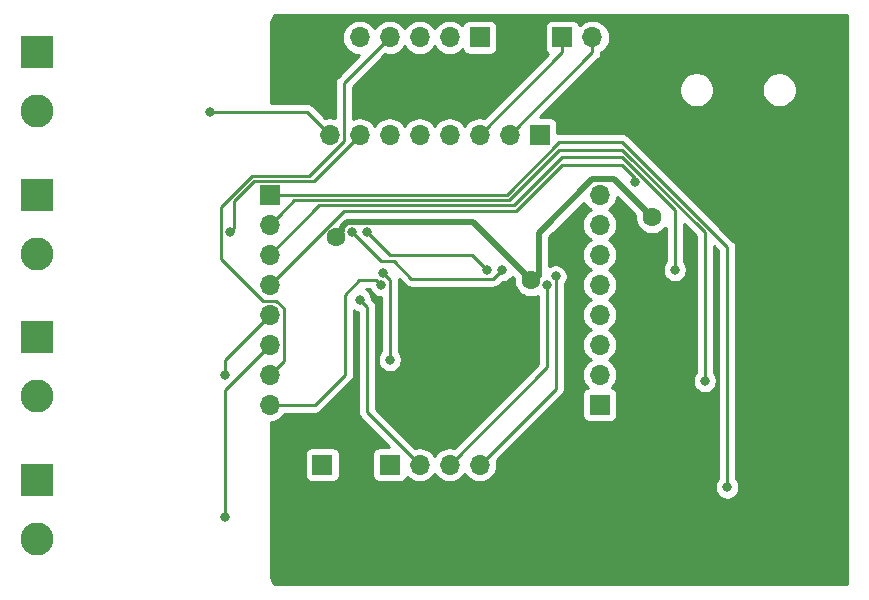
<source format=gbr>
G04 #@! TF.GenerationSoftware,KiCad,Pcbnew,(5.1.0-rc1-103-gc65c7d3de)*
G04 #@! TF.CreationDate,2019-08-30T11:30:51+02:00
G04 #@! TF.ProjectId,pinballControlUnit,70696e62-616c-46c4-936f-6e74726f6c55,rev?*
G04 #@! TF.SameCoordinates,Original*
G04 #@! TF.FileFunction,Copper,L2,Bot*
G04 #@! TF.FilePolarity,Positive*
%FSLAX46Y46*%
G04 Gerber Fmt 4.6, Leading zero omitted, Abs format (unit mm)*
G04 Created by KiCad (PCBNEW (5.1.0-rc1-103-gc65c7d3de)) date 2019-08-30 11:30:51*
%MOMM*%
%LPD*%
G04 APERTURE LIST*
%ADD10O,1.700000X1.700000*%
%ADD11R,1.700000X1.700000*%
%ADD12C,2.800000*%
%ADD13R,2.800000X2.800000*%
%ADD14C,0.800000*%
%ADD15C,1.600000*%
%ADD16C,0.500000*%
%ADD17C,0.250000*%
%ADD18C,0.254000*%
G04 APERTURE END LIST*
D10*
X115570000Y-78105000D03*
X115570000Y-80645000D03*
X115570000Y-83185000D03*
X115570000Y-85725000D03*
X115570000Y-88265000D03*
X115570000Y-90805000D03*
X115570000Y-93345000D03*
D11*
X115570000Y-95885000D03*
D10*
X114935000Y-64770000D03*
D11*
X112395000Y-64770000D03*
D10*
X87630000Y-95885000D03*
X87630000Y-93345000D03*
X87630000Y-90805000D03*
X87630000Y-88265000D03*
X87630000Y-85725000D03*
X87630000Y-83185000D03*
X87630000Y-80645000D03*
D11*
X87630000Y-78105000D03*
D10*
X92710000Y-64770000D03*
X95250000Y-64770000D03*
X97790000Y-64770000D03*
X100330000Y-64770000D03*
X102870000Y-64770000D03*
D11*
X105410000Y-64770000D03*
D10*
X92710000Y-73025000D03*
X95250000Y-73025000D03*
X97790000Y-73025000D03*
X100330000Y-73025000D03*
X102870000Y-73025000D03*
X105410000Y-73025000D03*
X107950000Y-73025000D03*
D11*
X110490000Y-73025000D03*
D10*
X89535000Y-100965000D03*
D11*
X92075000Y-100965000D03*
D12*
X67945000Y-95170000D03*
D13*
X67945000Y-90170000D03*
X67945000Y-78105000D03*
D12*
X67945000Y-83105000D03*
X67945000Y-107235000D03*
D13*
X67945000Y-102235000D03*
X67945000Y-66040000D03*
D12*
X67945000Y-71040000D03*
D11*
X97790000Y-100965000D03*
D10*
X100330000Y-100965000D03*
X102870000Y-100965000D03*
X105410000Y-100965000D03*
D14*
X102870000Y-92710000D03*
X113030000Y-89535000D03*
X132080000Y-80645000D03*
X132080000Y-90805000D03*
X132080000Y-99695000D03*
X132080000Y-107950000D03*
X107315000Y-89535000D03*
D15*
X120015000Y-80010000D03*
X109724997Y-85350000D03*
X93271677Y-81674314D03*
D14*
X111832108Y-85017892D03*
X111125000Y-85725000D03*
X95250000Y-86995000D03*
X97790000Y-92075000D03*
X97205330Y-84734893D03*
X107315000Y-84455000D03*
X94615000Y-81280000D03*
X82550000Y-71120000D03*
X106025000Y-84475000D03*
X95885000Y-81280000D03*
X84240000Y-81280000D03*
X97065000Y-85725000D03*
X118549142Y-77030858D03*
X121920000Y-84455000D03*
X124460000Y-93865000D03*
X126365000Y-102870000D03*
X83820000Y-105410000D03*
X83820000Y-93345000D03*
D16*
X116809999Y-76804999D02*
X120015000Y-80010000D01*
X110417892Y-81333106D02*
X114945999Y-76804999D01*
X114945999Y-76804999D02*
X116809999Y-76804999D01*
X110417892Y-85017892D02*
X110417892Y-81333106D01*
X110057105Y-85017892D02*
X109724997Y-85350000D01*
X110417892Y-85017892D02*
X110057105Y-85017892D01*
X104804996Y-80429999D02*
X94206999Y-80429999D01*
X109724997Y-85350000D02*
X104804996Y-80429999D01*
X93764999Y-80871999D02*
X94206999Y-80429999D01*
X93764999Y-81180992D02*
X93764999Y-80871999D01*
X93271677Y-81674314D02*
X93764999Y-81180992D01*
D17*
X106259999Y-100115001D02*
X105410000Y-100965000D01*
X111850001Y-85035785D02*
X111850001Y-94524999D01*
X111850001Y-94524999D02*
X106259999Y-100115001D01*
X111832108Y-85017892D02*
X111850001Y-85035785D01*
X111125000Y-92710000D02*
X102870000Y-100965000D01*
X111125000Y-85725000D02*
X111125000Y-92710000D01*
X95885000Y-96520000D02*
X100330000Y-100965000D01*
X95250000Y-86995000D02*
X95885000Y-87630000D01*
X95885000Y-87630000D02*
X95885000Y-96520000D01*
X97790000Y-85319563D02*
X97790000Y-92075000D01*
X97205330Y-84734893D02*
X97790000Y-85319563D01*
X106569999Y-85200001D02*
X104885001Y-85200001D01*
X107315000Y-84455000D02*
X106569999Y-85200001D01*
X97064999Y-83729999D02*
X94615000Y-81280000D01*
X99608003Y-85200001D02*
X98138001Y-83729999D01*
X98138001Y-83729999D02*
X97064999Y-83729999D01*
X106569999Y-85200001D02*
X99608003Y-85200001D01*
X90805000Y-71120000D02*
X92710000Y-73025000D01*
X82550000Y-71120000D02*
X90805000Y-71120000D01*
X106025000Y-84475000D02*
X104735000Y-83185000D01*
X97790000Y-83185000D02*
X95885000Y-81280000D01*
X104735000Y-83185000D02*
X97790000Y-83185000D01*
X84639999Y-80880001D02*
X84639999Y-78624316D01*
X84240000Y-81280000D02*
X84639999Y-80880001D01*
X86334316Y-76929999D02*
X84639999Y-78624316D01*
X91345001Y-76929999D02*
X86334316Y-76929999D01*
X95250000Y-73025000D02*
X91345001Y-76929999D01*
X112395000Y-66040000D02*
X112395000Y-64770000D01*
X105410000Y-73025000D02*
X112395000Y-66040000D01*
X114935000Y-66040000D02*
X114935000Y-64770000D01*
X107950000Y-73025000D02*
X114935000Y-66040000D01*
X88479999Y-92495001D02*
X87630000Y-93345000D01*
X88805001Y-92169999D02*
X88479999Y-92495001D01*
X88805001Y-87700999D02*
X88805001Y-92169999D01*
X88194001Y-87089999D02*
X88805001Y-87700999D01*
X87065999Y-87089999D02*
X88194001Y-87089999D01*
X83514999Y-83538999D02*
X87065999Y-87089999D01*
X83514999Y-79112906D02*
X83514999Y-83538999D01*
X86147915Y-76479990D02*
X83514999Y-79112906D01*
X90994013Y-76479989D02*
X86147915Y-76479990D01*
X93885001Y-73589001D02*
X90994013Y-76479989D01*
X93885001Y-68674999D02*
X93885001Y-73589001D01*
X97790000Y-64770000D02*
X93885001Y-68674999D01*
X93980000Y-93345000D02*
X91440000Y-95885000D01*
X91440000Y-95885000D02*
X87630000Y-95885000D01*
X93980000Y-86556998D02*
X93980000Y-93345000D01*
X95219499Y-85317499D02*
X93980000Y-86556998D01*
X96657499Y-85317499D02*
X95219499Y-85317499D01*
X97065000Y-85725000D02*
X96657499Y-85317499D01*
X87630000Y-85725000D02*
X93899972Y-79455028D01*
X93899972Y-79455028D02*
X108506383Y-79455027D01*
X108506383Y-79455027D02*
X112396410Y-75565000D01*
X112396410Y-75565000D02*
X117472180Y-75565000D01*
X118549142Y-76641962D02*
X118549142Y-77030858D01*
X117472180Y-75565000D02*
X118549142Y-76641962D01*
X87630000Y-83185000D02*
X91809982Y-79005018D01*
X91809982Y-79005018D02*
X108319982Y-79005018D01*
X108319982Y-79005018D02*
X112395000Y-74930000D01*
X112395000Y-74930000D02*
X117473590Y-74930000D01*
X121920000Y-79376410D02*
X121920000Y-84455000D01*
X117473590Y-74930000D02*
X121920000Y-79376410D01*
X87630000Y-80645000D02*
X88479999Y-79795001D01*
X89719990Y-78555010D02*
X107881403Y-78555009D01*
X88479999Y-79795001D02*
X89719990Y-78555010D01*
X107881403Y-78555009D02*
X112141412Y-74295000D01*
X112141412Y-74295000D02*
X117475000Y-74295000D01*
X117475000Y-74295000D02*
X124460000Y-81280000D01*
X124460000Y-81280000D02*
X124460000Y-93865000D01*
X107695002Y-78105000D02*
X112140002Y-73660000D01*
X87630000Y-78105000D02*
X107695002Y-78105000D01*
X112140002Y-73660000D02*
X117475000Y-73660000D01*
X126365000Y-82548590D02*
X126365000Y-102870000D01*
X117476410Y-73660000D02*
X126365000Y-82548590D01*
X117475000Y-73660000D02*
X117476410Y-73660000D01*
X83820000Y-94615000D02*
X87630000Y-90805000D01*
X83820000Y-105410000D02*
X83820000Y-94615000D01*
X83820000Y-92075000D02*
X87630000Y-88265000D01*
X83820000Y-93345000D02*
X83820000Y-92075000D01*
D18*
G36*
X136475001Y-111075000D02*
G01*
X88026543Y-111075000D01*
X88019537Y-111066797D01*
X87906999Y-110883152D01*
X87824572Y-110684157D01*
X87774292Y-110474726D01*
X87757000Y-110255004D01*
X87757000Y-100115000D01*
X90586928Y-100115000D01*
X90586928Y-101815000D01*
X90599188Y-101939482D01*
X90635498Y-102059180D01*
X90694463Y-102169494D01*
X90773815Y-102266185D01*
X90870506Y-102345537D01*
X90980820Y-102404502D01*
X91100518Y-102440812D01*
X91225000Y-102453072D01*
X92925000Y-102453072D01*
X93049482Y-102440812D01*
X93169180Y-102404502D01*
X93279494Y-102345537D01*
X93376185Y-102266185D01*
X93455537Y-102169494D01*
X93514502Y-102059180D01*
X93550812Y-101939482D01*
X93563072Y-101815000D01*
X93563072Y-100115000D01*
X93550812Y-99990518D01*
X93514502Y-99870820D01*
X93455537Y-99760506D01*
X93376185Y-99663815D01*
X93279494Y-99584463D01*
X93169180Y-99525498D01*
X93049482Y-99489188D01*
X92925000Y-99476928D01*
X91225000Y-99476928D01*
X91100518Y-99489188D01*
X90980820Y-99525498D01*
X90870506Y-99584463D01*
X90773815Y-99663815D01*
X90694463Y-99760506D01*
X90635498Y-99870820D01*
X90599188Y-99990518D01*
X90586928Y-100115000D01*
X87757000Y-100115000D01*
X87757000Y-97364677D01*
X87921111Y-97348513D01*
X88201034Y-97263599D01*
X88459014Y-97125706D01*
X88685134Y-96940134D01*
X88870706Y-96714014D01*
X88907595Y-96645000D01*
X91402678Y-96645000D01*
X91440000Y-96648676D01*
X91477322Y-96645000D01*
X91477333Y-96645000D01*
X91588986Y-96634003D01*
X91732247Y-96590546D01*
X91864276Y-96519974D01*
X91980001Y-96425001D01*
X92003804Y-96395997D01*
X94491008Y-93908795D01*
X94520001Y-93885001D01*
X94543795Y-93856008D01*
X94543799Y-93856004D01*
X94614973Y-93769277D01*
X94619225Y-93761323D01*
X94685546Y-93637247D01*
X94729003Y-93493986D01*
X94740000Y-93382333D01*
X94740000Y-93382324D01*
X94743676Y-93345001D01*
X94740000Y-93307678D01*
X94740000Y-87899013D01*
X94759744Y-87912205D01*
X94948102Y-87990226D01*
X95125000Y-88025413D01*
X95125001Y-96482668D01*
X95121324Y-96520000D01*
X95125001Y-96557333D01*
X95132553Y-96634003D01*
X95135998Y-96668985D01*
X95179454Y-96812246D01*
X95250026Y-96944276D01*
X95321201Y-97031002D01*
X95345000Y-97060001D01*
X95373998Y-97083799D01*
X97767126Y-99476928D01*
X96940000Y-99476928D01*
X96815518Y-99489188D01*
X96695820Y-99525498D01*
X96585506Y-99584463D01*
X96488815Y-99663815D01*
X96409463Y-99760506D01*
X96350498Y-99870820D01*
X96314188Y-99990518D01*
X96301928Y-100115000D01*
X96301928Y-101815000D01*
X96314188Y-101939482D01*
X96350498Y-102059180D01*
X96409463Y-102169494D01*
X96488815Y-102266185D01*
X96585506Y-102345537D01*
X96695820Y-102404502D01*
X96815518Y-102440812D01*
X96940000Y-102453072D01*
X98640000Y-102453072D01*
X98764482Y-102440812D01*
X98884180Y-102404502D01*
X98994494Y-102345537D01*
X99091185Y-102266185D01*
X99170537Y-102169494D01*
X99229502Y-102059180D01*
X99250393Y-101990313D01*
X99274866Y-102020134D01*
X99500986Y-102205706D01*
X99758966Y-102343599D01*
X100038889Y-102428513D01*
X100257050Y-102450000D01*
X100402950Y-102450000D01*
X100621111Y-102428513D01*
X100901034Y-102343599D01*
X101159014Y-102205706D01*
X101385134Y-102020134D01*
X101570706Y-101794014D01*
X101600000Y-101739209D01*
X101629294Y-101794014D01*
X101814866Y-102020134D01*
X102040986Y-102205706D01*
X102298966Y-102343599D01*
X102578889Y-102428513D01*
X102797050Y-102450000D01*
X102942950Y-102450000D01*
X103161111Y-102428513D01*
X103441034Y-102343599D01*
X103699014Y-102205706D01*
X103925134Y-102020134D01*
X104110706Y-101794014D01*
X104140000Y-101739209D01*
X104169294Y-101794014D01*
X104354866Y-102020134D01*
X104580986Y-102205706D01*
X104838966Y-102343599D01*
X105118889Y-102428513D01*
X105337050Y-102450000D01*
X105482950Y-102450000D01*
X105701111Y-102428513D01*
X105981034Y-102343599D01*
X106239014Y-102205706D01*
X106465134Y-102020134D01*
X106650706Y-101794014D01*
X106788599Y-101536034D01*
X106873513Y-101256111D01*
X106902185Y-100965000D01*
X106873513Y-100673889D01*
X106850797Y-100599004D01*
X112361004Y-95088798D01*
X112390002Y-95065000D01*
X112484975Y-94949275D01*
X112555547Y-94817246D01*
X112599004Y-94673985D01*
X112610001Y-94562332D01*
X112610001Y-94562324D01*
X112613677Y-94524999D01*
X112610001Y-94487674D01*
X112610001Y-85703710D01*
X112636045Y-85677666D01*
X112749313Y-85508148D01*
X112827334Y-85319790D01*
X112867108Y-85119831D01*
X112867108Y-84915953D01*
X112827334Y-84715994D01*
X112749313Y-84527636D01*
X112636045Y-84358118D01*
X112491882Y-84213955D01*
X112322364Y-84100687D01*
X112134006Y-84022666D01*
X111934047Y-83982892D01*
X111730169Y-83982892D01*
X111530210Y-84022666D01*
X111341852Y-84100687D01*
X111302892Y-84126719D01*
X111302892Y-81699684D01*
X114238474Y-78764102D01*
X114329294Y-78934014D01*
X114514866Y-79160134D01*
X114740986Y-79345706D01*
X114795791Y-79375000D01*
X114740986Y-79404294D01*
X114514866Y-79589866D01*
X114329294Y-79815986D01*
X114191401Y-80073966D01*
X114106487Y-80353889D01*
X114077815Y-80645000D01*
X114106487Y-80936111D01*
X114191401Y-81216034D01*
X114329294Y-81474014D01*
X114514866Y-81700134D01*
X114740986Y-81885706D01*
X114795791Y-81915000D01*
X114740986Y-81944294D01*
X114514866Y-82129866D01*
X114329294Y-82355986D01*
X114191401Y-82613966D01*
X114106487Y-82893889D01*
X114077815Y-83185000D01*
X114106487Y-83476111D01*
X114191401Y-83756034D01*
X114329294Y-84014014D01*
X114514866Y-84240134D01*
X114740986Y-84425706D01*
X114795791Y-84455000D01*
X114740986Y-84484294D01*
X114514866Y-84669866D01*
X114329294Y-84895986D01*
X114191401Y-85153966D01*
X114106487Y-85433889D01*
X114077815Y-85725000D01*
X114106487Y-86016111D01*
X114191401Y-86296034D01*
X114329294Y-86554014D01*
X114514866Y-86780134D01*
X114740986Y-86965706D01*
X114795791Y-86995000D01*
X114740986Y-87024294D01*
X114514866Y-87209866D01*
X114329294Y-87435986D01*
X114191401Y-87693966D01*
X114106487Y-87973889D01*
X114077815Y-88265000D01*
X114106487Y-88556111D01*
X114191401Y-88836034D01*
X114329294Y-89094014D01*
X114514866Y-89320134D01*
X114740986Y-89505706D01*
X114795791Y-89535000D01*
X114740986Y-89564294D01*
X114514866Y-89749866D01*
X114329294Y-89975986D01*
X114191401Y-90233966D01*
X114106487Y-90513889D01*
X114077815Y-90805000D01*
X114106487Y-91096111D01*
X114191401Y-91376034D01*
X114329294Y-91634014D01*
X114514866Y-91860134D01*
X114740986Y-92045706D01*
X114795791Y-92075000D01*
X114740986Y-92104294D01*
X114514866Y-92289866D01*
X114329294Y-92515986D01*
X114191401Y-92773966D01*
X114106487Y-93053889D01*
X114077815Y-93345000D01*
X114106487Y-93636111D01*
X114191401Y-93916034D01*
X114329294Y-94174014D01*
X114514866Y-94400134D01*
X114544687Y-94424607D01*
X114475820Y-94445498D01*
X114365506Y-94504463D01*
X114268815Y-94583815D01*
X114189463Y-94680506D01*
X114130498Y-94790820D01*
X114094188Y-94910518D01*
X114081928Y-95035000D01*
X114081928Y-96735000D01*
X114094188Y-96859482D01*
X114130498Y-96979180D01*
X114189463Y-97089494D01*
X114268815Y-97186185D01*
X114365506Y-97265537D01*
X114475820Y-97324502D01*
X114595518Y-97360812D01*
X114720000Y-97373072D01*
X116420000Y-97373072D01*
X116544482Y-97360812D01*
X116664180Y-97324502D01*
X116774494Y-97265537D01*
X116871185Y-97186185D01*
X116950537Y-97089494D01*
X117009502Y-96979180D01*
X117045812Y-96859482D01*
X117058072Y-96735000D01*
X117058072Y-95035000D01*
X117045812Y-94910518D01*
X117009502Y-94790820D01*
X116950537Y-94680506D01*
X116871185Y-94583815D01*
X116774494Y-94504463D01*
X116664180Y-94445498D01*
X116595313Y-94424607D01*
X116625134Y-94400134D01*
X116810706Y-94174014D01*
X116948599Y-93916034D01*
X117033513Y-93636111D01*
X117062185Y-93345000D01*
X117033513Y-93053889D01*
X116948599Y-92773966D01*
X116810706Y-92515986D01*
X116625134Y-92289866D01*
X116399014Y-92104294D01*
X116344209Y-92075000D01*
X116399014Y-92045706D01*
X116625134Y-91860134D01*
X116810706Y-91634014D01*
X116948599Y-91376034D01*
X117033513Y-91096111D01*
X117062185Y-90805000D01*
X117033513Y-90513889D01*
X116948599Y-90233966D01*
X116810706Y-89975986D01*
X116625134Y-89749866D01*
X116399014Y-89564294D01*
X116344209Y-89535000D01*
X116399014Y-89505706D01*
X116625134Y-89320134D01*
X116810706Y-89094014D01*
X116948599Y-88836034D01*
X117033513Y-88556111D01*
X117062185Y-88265000D01*
X117033513Y-87973889D01*
X116948599Y-87693966D01*
X116810706Y-87435986D01*
X116625134Y-87209866D01*
X116399014Y-87024294D01*
X116344209Y-86995000D01*
X116399014Y-86965706D01*
X116625134Y-86780134D01*
X116810706Y-86554014D01*
X116948599Y-86296034D01*
X117033513Y-86016111D01*
X117062185Y-85725000D01*
X117033513Y-85433889D01*
X116948599Y-85153966D01*
X116810706Y-84895986D01*
X116625134Y-84669866D01*
X116399014Y-84484294D01*
X116344209Y-84455000D01*
X116399014Y-84425706D01*
X116625134Y-84240134D01*
X116810706Y-84014014D01*
X116948599Y-83756034D01*
X117033513Y-83476111D01*
X117062185Y-83185000D01*
X117033513Y-82893889D01*
X116948599Y-82613966D01*
X116810706Y-82355986D01*
X116625134Y-82129866D01*
X116399014Y-81944294D01*
X116344209Y-81915000D01*
X116399014Y-81885706D01*
X116625134Y-81700134D01*
X116810706Y-81474014D01*
X116948599Y-81216034D01*
X117033513Y-80936111D01*
X117062185Y-80645000D01*
X117033513Y-80353889D01*
X116948599Y-80073966D01*
X116810706Y-79815986D01*
X116625134Y-79589866D01*
X116399014Y-79404294D01*
X116344209Y-79375000D01*
X116399014Y-79345706D01*
X116625134Y-79160134D01*
X116810706Y-78934014D01*
X116948599Y-78676034D01*
X117033513Y-78396111D01*
X117043915Y-78290494D01*
X118586983Y-79833561D01*
X118580000Y-79868665D01*
X118580000Y-80151335D01*
X118635147Y-80428574D01*
X118743320Y-80689727D01*
X118900363Y-80924759D01*
X119100241Y-81124637D01*
X119335273Y-81281680D01*
X119596426Y-81389853D01*
X119873665Y-81445000D01*
X120156335Y-81445000D01*
X120433574Y-81389853D01*
X120694727Y-81281680D01*
X120929759Y-81124637D01*
X121129637Y-80924759D01*
X121160000Y-80879317D01*
X121160001Y-83751288D01*
X121116063Y-83795226D01*
X121002795Y-83964744D01*
X120924774Y-84153102D01*
X120885000Y-84353061D01*
X120885000Y-84556939D01*
X120924774Y-84756898D01*
X121002795Y-84945256D01*
X121116063Y-85114774D01*
X121260226Y-85258937D01*
X121429744Y-85372205D01*
X121618102Y-85450226D01*
X121818061Y-85490000D01*
X122021939Y-85490000D01*
X122221898Y-85450226D01*
X122410256Y-85372205D01*
X122579774Y-85258937D01*
X122723937Y-85114774D01*
X122837205Y-84945256D01*
X122915226Y-84756898D01*
X122955000Y-84556939D01*
X122955000Y-84353061D01*
X122915226Y-84153102D01*
X122837205Y-83964744D01*
X122723937Y-83795226D01*
X122680000Y-83751289D01*
X122680000Y-80574802D01*
X123700000Y-81594802D01*
X123700001Y-93161288D01*
X123656063Y-93205226D01*
X123542795Y-93374744D01*
X123464774Y-93563102D01*
X123425000Y-93763061D01*
X123425000Y-93966939D01*
X123464774Y-94166898D01*
X123542795Y-94355256D01*
X123656063Y-94524774D01*
X123800226Y-94668937D01*
X123969744Y-94782205D01*
X124158102Y-94860226D01*
X124358061Y-94900000D01*
X124561939Y-94900000D01*
X124761898Y-94860226D01*
X124950256Y-94782205D01*
X125119774Y-94668937D01*
X125263937Y-94524774D01*
X125377205Y-94355256D01*
X125455226Y-94166898D01*
X125495000Y-93966939D01*
X125495000Y-93763061D01*
X125455226Y-93563102D01*
X125377205Y-93374744D01*
X125263937Y-93205226D01*
X125220000Y-93161289D01*
X125220000Y-82478392D01*
X125605000Y-82863392D01*
X125605001Y-102166288D01*
X125561063Y-102210226D01*
X125447795Y-102379744D01*
X125369774Y-102568102D01*
X125330000Y-102768061D01*
X125330000Y-102971939D01*
X125369774Y-103171898D01*
X125447795Y-103360256D01*
X125561063Y-103529774D01*
X125705226Y-103673937D01*
X125874744Y-103787205D01*
X126063102Y-103865226D01*
X126263061Y-103905000D01*
X126466939Y-103905000D01*
X126666898Y-103865226D01*
X126855256Y-103787205D01*
X127024774Y-103673937D01*
X127168937Y-103529774D01*
X127282205Y-103360256D01*
X127360226Y-103171898D01*
X127400000Y-102971939D01*
X127400000Y-102768061D01*
X127360226Y-102568102D01*
X127282205Y-102379744D01*
X127168937Y-102210226D01*
X127125000Y-102166289D01*
X127125000Y-82585923D01*
X127128677Y-82548590D01*
X127114003Y-82399604D01*
X127070546Y-82256343D01*
X126999974Y-82124314D01*
X126966837Y-82083937D01*
X126905001Y-82008589D01*
X126876004Y-81984792D01*
X118040214Y-73149003D01*
X118016411Y-73119999D01*
X117900686Y-73025026D01*
X117768657Y-72954454D01*
X117625396Y-72910997D01*
X117513743Y-72900000D01*
X117513732Y-72900000D01*
X117476410Y-72896324D01*
X117439088Y-72900000D01*
X112177324Y-72900000D01*
X112140001Y-72896324D01*
X112102678Y-72900000D01*
X112102669Y-72900000D01*
X111991016Y-72910997D01*
X111978072Y-72914923D01*
X111978072Y-72175000D01*
X111965812Y-72050518D01*
X111929502Y-71930820D01*
X111870537Y-71820506D01*
X111791185Y-71723815D01*
X111694494Y-71644463D01*
X111584180Y-71585498D01*
X111464482Y-71549188D01*
X111340000Y-71536928D01*
X110512873Y-71536928D01*
X112981061Y-69068740D01*
X122285000Y-69068740D01*
X122285000Y-69361260D01*
X122342068Y-69648158D01*
X122454010Y-69918411D01*
X122616525Y-70161632D01*
X122823368Y-70368475D01*
X123066589Y-70530990D01*
X123336842Y-70642932D01*
X123623740Y-70700000D01*
X123916260Y-70700000D01*
X124203158Y-70642932D01*
X124473411Y-70530990D01*
X124716632Y-70368475D01*
X124923475Y-70161632D01*
X125085990Y-69918411D01*
X125197932Y-69648158D01*
X125255000Y-69361260D01*
X125255000Y-69068740D01*
X129285000Y-69068740D01*
X129285000Y-69361260D01*
X129342068Y-69648158D01*
X129454010Y-69918411D01*
X129616525Y-70161632D01*
X129823368Y-70368475D01*
X130066589Y-70530990D01*
X130336842Y-70642932D01*
X130623740Y-70700000D01*
X130916260Y-70700000D01*
X131203158Y-70642932D01*
X131473411Y-70530990D01*
X131716632Y-70368475D01*
X131923475Y-70161632D01*
X132085990Y-69918411D01*
X132197932Y-69648158D01*
X132255000Y-69361260D01*
X132255000Y-69068740D01*
X132197932Y-68781842D01*
X132085990Y-68511589D01*
X131923475Y-68268368D01*
X131716632Y-68061525D01*
X131473411Y-67899010D01*
X131203158Y-67787068D01*
X130916260Y-67730000D01*
X130623740Y-67730000D01*
X130336842Y-67787068D01*
X130066589Y-67899010D01*
X129823368Y-68061525D01*
X129616525Y-68268368D01*
X129454010Y-68511589D01*
X129342068Y-68781842D01*
X129285000Y-69068740D01*
X125255000Y-69068740D01*
X125197932Y-68781842D01*
X125085990Y-68511589D01*
X124923475Y-68268368D01*
X124716632Y-68061525D01*
X124473411Y-67899010D01*
X124203158Y-67787068D01*
X123916260Y-67730000D01*
X123623740Y-67730000D01*
X123336842Y-67787068D01*
X123066589Y-67899010D01*
X122823368Y-68061525D01*
X122616525Y-68268368D01*
X122454010Y-68511589D01*
X122342068Y-68781842D01*
X122285000Y-69068740D01*
X112981061Y-69068740D01*
X115446004Y-66603798D01*
X115475001Y-66580001D01*
X115569974Y-66464276D01*
X115640546Y-66332247D01*
X115684003Y-66188986D01*
X115695000Y-66077333D01*
X115695000Y-66077325D01*
X115698091Y-66045943D01*
X115764014Y-66010706D01*
X115990134Y-65825134D01*
X116175706Y-65599014D01*
X116313599Y-65341034D01*
X116398513Y-65061111D01*
X116427185Y-64770000D01*
X116398513Y-64478889D01*
X116313599Y-64198966D01*
X116175706Y-63940986D01*
X115990134Y-63714866D01*
X115764014Y-63529294D01*
X115506034Y-63391401D01*
X115226111Y-63306487D01*
X115007950Y-63285000D01*
X114862050Y-63285000D01*
X114643889Y-63306487D01*
X114363966Y-63391401D01*
X114105986Y-63529294D01*
X113879866Y-63714866D01*
X113855393Y-63744687D01*
X113834502Y-63675820D01*
X113775537Y-63565506D01*
X113696185Y-63468815D01*
X113599494Y-63389463D01*
X113489180Y-63330498D01*
X113369482Y-63294188D01*
X113245000Y-63281928D01*
X111545000Y-63281928D01*
X111420518Y-63294188D01*
X111300820Y-63330498D01*
X111190506Y-63389463D01*
X111093815Y-63468815D01*
X111014463Y-63565506D01*
X110955498Y-63675820D01*
X110919188Y-63795518D01*
X110906928Y-63920000D01*
X110906928Y-65620000D01*
X110919188Y-65744482D01*
X110955498Y-65864180D01*
X111014463Y-65974494D01*
X111093815Y-66071185D01*
X111190506Y-66150537D01*
X111202989Y-66157209D01*
X105775996Y-71584203D01*
X105701111Y-71561487D01*
X105482950Y-71540000D01*
X105337050Y-71540000D01*
X105118889Y-71561487D01*
X104838966Y-71646401D01*
X104580986Y-71784294D01*
X104354866Y-71969866D01*
X104169294Y-72195986D01*
X104140000Y-72250791D01*
X104110706Y-72195986D01*
X103925134Y-71969866D01*
X103699014Y-71784294D01*
X103441034Y-71646401D01*
X103161111Y-71561487D01*
X102942950Y-71540000D01*
X102797050Y-71540000D01*
X102578889Y-71561487D01*
X102298966Y-71646401D01*
X102040986Y-71784294D01*
X101814866Y-71969866D01*
X101629294Y-72195986D01*
X101600000Y-72250791D01*
X101570706Y-72195986D01*
X101385134Y-71969866D01*
X101159014Y-71784294D01*
X100901034Y-71646401D01*
X100621111Y-71561487D01*
X100402950Y-71540000D01*
X100257050Y-71540000D01*
X100038889Y-71561487D01*
X99758966Y-71646401D01*
X99500986Y-71784294D01*
X99274866Y-71969866D01*
X99089294Y-72195986D01*
X99060000Y-72250791D01*
X99030706Y-72195986D01*
X98845134Y-71969866D01*
X98619014Y-71784294D01*
X98361034Y-71646401D01*
X98081111Y-71561487D01*
X97862950Y-71540000D01*
X97717050Y-71540000D01*
X97498889Y-71561487D01*
X97218966Y-71646401D01*
X96960986Y-71784294D01*
X96734866Y-71969866D01*
X96549294Y-72195986D01*
X96520000Y-72250791D01*
X96490706Y-72195986D01*
X96305134Y-71969866D01*
X96079014Y-71784294D01*
X95821034Y-71646401D01*
X95541111Y-71561487D01*
X95322950Y-71540000D01*
X95177050Y-71540000D01*
X94958889Y-71561487D01*
X94678966Y-71646401D01*
X94645001Y-71664556D01*
X94645001Y-68989800D01*
X97424005Y-66210797D01*
X97498889Y-66233513D01*
X97717050Y-66255000D01*
X97862950Y-66255000D01*
X98081111Y-66233513D01*
X98361034Y-66148599D01*
X98619014Y-66010706D01*
X98845134Y-65825134D01*
X99030706Y-65599014D01*
X99060000Y-65544209D01*
X99089294Y-65599014D01*
X99274866Y-65825134D01*
X99500986Y-66010706D01*
X99758966Y-66148599D01*
X100038889Y-66233513D01*
X100257050Y-66255000D01*
X100402950Y-66255000D01*
X100621111Y-66233513D01*
X100901034Y-66148599D01*
X101159014Y-66010706D01*
X101385134Y-65825134D01*
X101570706Y-65599014D01*
X101600000Y-65544209D01*
X101629294Y-65599014D01*
X101814866Y-65825134D01*
X102040986Y-66010706D01*
X102298966Y-66148599D01*
X102578889Y-66233513D01*
X102797050Y-66255000D01*
X102942950Y-66255000D01*
X103161111Y-66233513D01*
X103441034Y-66148599D01*
X103699014Y-66010706D01*
X103925134Y-65825134D01*
X103949607Y-65795313D01*
X103970498Y-65864180D01*
X104029463Y-65974494D01*
X104108815Y-66071185D01*
X104205506Y-66150537D01*
X104315820Y-66209502D01*
X104435518Y-66245812D01*
X104560000Y-66258072D01*
X106260000Y-66258072D01*
X106384482Y-66245812D01*
X106504180Y-66209502D01*
X106614494Y-66150537D01*
X106711185Y-66071185D01*
X106790537Y-65974494D01*
X106849502Y-65864180D01*
X106885812Y-65744482D01*
X106898072Y-65620000D01*
X106898072Y-63920000D01*
X106885812Y-63795518D01*
X106849502Y-63675820D01*
X106790537Y-63565506D01*
X106711185Y-63468815D01*
X106614494Y-63389463D01*
X106504180Y-63330498D01*
X106384482Y-63294188D01*
X106260000Y-63281928D01*
X104560000Y-63281928D01*
X104435518Y-63294188D01*
X104315820Y-63330498D01*
X104205506Y-63389463D01*
X104108815Y-63468815D01*
X104029463Y-63565506D01*
X103970498Y-63675820D01*
X103949607Y-63744687D01*
X103925134Y-63714866D01*
X103699014Y-63529294D01*
X103441034Y-63391401D01*
X103161111Y-63306487D01*
X102942950Y-63285000D01*
X102797050Y-63285000D01*
X102578889Y-63306487D01*
X102298966Y-63391401D01*
X102040986Y-63529294D01*
X101814866Y-63714866D01*
X101629294Y-63940986D01*
X101600000Y-63995791D01*
X101570706Y-63940986D01*
X101385134Y-63714866D01*
X101159014Y-63529294D01*
X100901034Y-63391401D01*
X100621111Y-63306487D01*
X100402950Y-63285000D01*
X100257050Y-63285000D01*
X100038889Y-63306487D01*
X99758966Y-63391401D01*
X99500986Y-63529294D01*
X99274866Y-63714866D01*
X99089294Y-63940986D01*
X99060000Y-63995791D01*
X99030706Y-63940986D01*
X98845134Y-63714866D01*
X98619014Y-63529294D01*
X98361034Y-63391401D01*
X98081111Y-63306487D01*
X97862950Y-63285000D01*
X97717050Y-63285000D01*
X97498889Y-63306487D01*
X97218966Y-63391401D01*
X96960986Y-63529294D01*
X96734866Y-63714866D01*
X96549294Y-63940986D01*
X96520000Y-63995791D01*
X96490706Y-63940986D01*
X96305134Y-63714866D01*
X96079014Y-63529294D01*
X95821034Y-63391401D01*
X95541111Y-63306487D01*
X95322950Y-63285000D01*
X95177050Y-63285000D01*
X94958889Y-63306487D01*
X94678966Y-63391401D01*
X94420986Y-63529294D01*
X94194866Y-63714866D01*
X94009294Y-63940986D01*
X93871401Y-64198966D01*
X93786487Y-64478889D01*
X93757815Y-64770000D01*
X93786487Y-65061111D01*
X93871401Y-65341034D01*
X94009294Y-65599014D01*
X94194866Y-65825134D01*
X94420986Y-66010706D01*
X94678966Y-66148599D01*
X94958889Y-66233513D01*
X95177050Y-66255000D01*
X95230199Y-66255000D01*
X93374004Y-68111195D01*
X93345000Y-68134998D01*
X93289872Y-68202173D01*
X93250027Y-68250723D01*
X93179456Y-68382752D01*
X93179455Y-68382753D01*
X93135998Y-68526014D01*
X93125001Y-68637667D01*
X93125001Y-68637677D01*
X93121325Y-68674999D01*
X93125001Y-68712322D01*
X93125002Y-71599069D01*
X93001111Y-71561487D01*
X92782950Y-71540000D01*
X92637050Y-71540000D01*
X92418889Y-71561487D01*
X92344005Y-71584203D01*
X91368804Y-70609003D01*
X91345001Y-70579999D01*
X91229276Y-70485026D01*
X91097247Y-70414454D01*
X90953986Y-70370997D01*
X90842333Y-70360000D01*
X90842322Y-70360000D01*
X90805000Y-70356324D01*
X90767678Y-70360000D01*
X87757000Y-70360000D01*
X87757000Y-63734996D01*
X87774292Y-63515274D01*
X87824572Y-63305843D01*
X87906999Y-63106848D01*
X88019537Y-62923203D01*
X88026543Y-62915000D01*
X136475000Y-62915000D01*
X136475001Y-111075000D01*
X136475001Y-111075000D01*
G37*
X136475001Y-111075000D02*
X88026543Y-111075000D01*
X88019537Y-111066797D01*
X87906999Y-110883152D01*
X87824572Y-110684157D01*
X87774292Y-110474726D01*
X87757000Y-110255004D01*
X87757000Y-100115000D01*
X90586928Y-100115000D01*
X90586928Y-101815000D01*
X90599188Y-101939482D01*
X90635498Y-102059180D01*
X90694463Y-102169494D01*
X90773815Y-102266185D01*
X90870506Y-102345537D01*
X90980820Y-102404502D01*
X91100518Y-102440812D01*
X91225000Y-102453072D01*
X92925000Y-102453072D01*
X93049482Y-102440812D01*
X93169180Y-102404502D01*
X93279494Y-102345537D01*
X93376185Y-102266185D01*
X93455537Y-102169494D01*
X93514502Y-102059180D01*
X93550812Y-101939482D01*
X93563072Y-101815000D01*
X93563072Y-100115000D01*
X93550812Y-99990518D01*
X93514502Y-99870820D01*
X93455537Y-99760506D01*
X93376185Y-99663815D01*
X93279494Y-99584463D01*
X93169180Y-99525498D01*
X93049482Y-99489188D01*
X92925000Y-99476928D01*
X91225000Y-99476928D01*
X91100518Y-99489188D01*
X90980820Y-99525498D01*
X90870506Y-99584463D01*
X90773815Y-99663815D01*
X90694463Y-99760506D01*
X90635498Y-99870820D01*
X90599188Y-99990518D01*
X90586928Y-100115000D01*
X87757000Y-100115000D01*
X87757000Y-97364677D01*
X87921111Y-97348513D01*
X88201034Y-97263599D01*
X88459014Y-97125706D01*
X88685134Y-96940134D01*
X88870706Y-96714014D01*
X88907595Y-96645000D01*
X91402678Y-96645000D01*
X91440000Y-96648676D01*
X91477322Y-96645000D01*
X91477333Y-96645000D01*
X91588986Y-96634003D01*
X91732247Y-96590546D01*
X91864276Y-96519974D01*
X91980001Y-96425001D01*
X92003804Y-96395997D01*
X94491008Y-93908795D01*
X94520001Y-93885001D01*
X94543795Y-93856008D01*
X94543799Y-93856004D01*
X94614973Y-93769277D01*
X94619225Y-93761323D01*
X94685546Y-93637247D01*
X94729003Y-93493986D01*
X94740000Y-93382333D01*
X94740000Y-93382324D01*
X94743676Y-93345001D01*
X94740000Y-93307678D01*
X94740000Y-87899013D01*
X94759744Y-87912205D01*
X94948102Y-87990226D01*
X95125000Y-88025413D01*
X95125001Y-96482668D01*
X95121324Y-96520000D01*
X95125001Y-96557333D01*
X95132553Y-96634003D01*
X95135998Y-96668985D01*
X95179454Y-96812246D01*
X95250026Y-96944276D01*
X95321201Y-97031002D01*
X95345000Y-97060001D01*
X95373998Y-97083799D01*
X97767126Y-99476928D01*
X96940000Y-99476928D01*
X96815518Y-99489188D01*
X96695820Y-99525498D01*
X96585506Y-99584463D01*
X96488815Y-99663815D01*
X96409463Y-99760506D01*
X96350498Y-99870820D01*
X96314188Y-99990518D01*
X96301928Y-100115000D01*
X96301928Y-101815000D01*
X96314188Y-101939482D01*
X96350498Y-102059180D01*
X96409463Y-102169494D01*
X96488815Y-102266185D01*
X96585506Y-102345537D01*
X96695820Y-102404502D01*
X96815518Y-102440812D01*
X96940000Y-102453072D01*
X98640000Y-102453072D01*
X98764482Y-102440812D01*
X98884180Y-102404502D01*
X98994494Y-102345537D01*
X99091185Y-102266185D01*
X99170537Y-102169494D01*
X99229502Y-102059180D01*
X99250393Y-101990313D01*
X99274866Y-102020134D01*
X99500986Y-102205706D01*
X99758966Y-102343599D01*
X100038889Y-102428513D01*
X100257050Y-102450000D01*
X100402950Y-102450000D01*
X100621111Y-102428513D01*
X100901034Y-102343599D01*
X101159014Y-102205706D01*
X101385134Y-102020134D01*
X101570706Y-101794014D01*
X101600000Y-101739209D01*
X101629294Y-101794014D01*
X101814866Y-102020134D01*
X102040986Y-102205706D01*
X102298966Y-102343599D01*
X102578889Y-102428513D01*
X102797050Y-102450000D01*
X102942950Y-102450000D01*
X103161111Y-102428513D01*
X103441034Y-102343599D01*
X103699014Y-102205706D01*
X103925134Y-102020134D01*
X104110706Y-101794014D01*
X104140000Y-101739209D01*
X104169294Y-101794014D01*
X104354866Y-102020134D01*
X104580986Y-102205706D01*
X104838966Y-102343599D01*
X105118889Y-102428513D01*
X105337050Y-102450000D01*
X105482950Y-102450000D01*
X105701111Y-102428513D01*
X105981034Y-102343599D01*
X106239014Y-102205706D01*
X106465134Y-102020134D01*
X106650706Y-101794014D01*
X106788599Y-101536034D01*
X106873513Y-101256111D01*
X106902185Y-100965000D01*
X106873513Y-100673889D01*
X106850797Y-100599004D01*
X112361004Y-95088798D01*
X112390002Y-95065000D01*
X112484975Y-94949275D01*
X112555547Y-94817246D01*
X112599004Y-94673985D01*
X112610001Y-94562332D01*
X112610001Y-94562324D01*
X112613677Y-94524999D01*
X112610001Y-94487674D01*
X112610001Y-85703710D01*
X112636045Y-85677666D01*
X112749313Y-85508148D01*
X112827334Y-85319790D01*
X112867108Y-85119831D01*
X112867108Y-84915953D01*
X112827334Y-84715994D01*
X112749313Y-84527636D01*
X112636045Y-84358118D01*
X112491882Y-84213955D01*
X112322364Y-84100687D01*
X112134006Y-84022666D01*
X111934047Y-83982892D01*
X111730169Y-83982892D01*
X111530210Y-84022666D01*
X111341852Y-84100687D01*
X111302892Y-84126719D01*
X111302892Y-81699684D01*
X114238474Y-78764102D01*
X114329294Y-78934014D01*
X114514866Y-79160134D01*
X114740986Y-79345706D01*
X114795791Y-79375000D01*
X114740986Y-79404294D01*
X114514866Y-79589866D01*
X114329294Y-79815986D01*
X114191401Y-80073966D01*
X114106487Y-80353889D01*
X114077815Y-80645000D01*
X114106487Y-80936111D01*
X114191401Y-81216034D01*
X114329294Y-81474014D01*
X114514866Y-81700134D01*
X114740986Y-81885706D01*
X114795791Y-81915000D01*
X114740986Y-81944294D01*
X114514866Y-82129866D01*
X114329294Y-82355986D01*
X114191401Y-82613966D01*
X114106487Y-82893889D01*
X114077815Y-83185000D01*
X114106487Y-83476111D01*
X114191401Y-83756034D01*
X114329294Y-84014014D01*
X114514866Y-84240134D01*
X114740986Y-84425706D01*
X114795791Y-84455000D01*
X114740986Y-84484294D01*
X114514866Y-84669866D01*
X114329294Y-84895986D01*
X114191401Y-85153966D01*
X114106487Y-85433889D01*
X114077815Y-85725000D01*
X114106487Y-86016111D01*
X114191401Y-86296034D01*
X114329294Y-86554014D01*
X114514866Y-86780134D01*
X114740986Y-86965706D01*
X114795791Y-86995000D01*
X114740986Y-87024294D01*
X114514866Y-87209866D01*
X114329294Y-87435986D01*
X114191401Y-87693966D01*
X114106487Y-87973889D01*
X114077815Y-88265000D01*
X114106487Y-88556111D01*
X114191401Y-88836034D01*
X114329294Y-89094014D01*
X114514866Y-89320134D01*
X114740986Y-89505706D01*
X114795791Y-89535000D01*
X114740986Y-89564294D01*
X114514866Y-89749866D01*
X114329294Y-89975986D01*
X114191401Y-90233966D01*
X114106487Y-90513889D01*
X114077815Y-90805000D01*
X114106487Y-91096111D01*
X114191401Y-91376034D01*
X114329294Y-91634014D01*
X114514866Y-91860134D01*
X114740986Y-92045706D01*
X114795791Y-92075000D01*
X114740986Y-92104294D01*
X114514866Y-92289866D01*
X114329294Y-92515986D01*
X114191401Y-92773966D01*
X114106487Y-93053889D01*
X114077815Y-93345000D01*
X114106487Y-93636111D01*
X114191401Y-93916034D01*
X114329294Y-94174014D01*
X114514866Y-94400134D01*
X114544687Y-94424607D01*
X114475820Y-94445498D01*
X114365506Y-94504463D01*
X114268815Y-94583815D01*
X114189463Y-94680506D01*
X114130498Y-94790820D01*
X114094188Y-94910518D01*
X114081928Y-95035000D01*
X114081928Y-96735000D01*
X114094188Y-96859482D01*
X114130498Y-96979180D01*
X114189463Y-97089494D01*
X114268815Y-97186185D01*
X114365506Y-97265537D01*
X114475820Y-97324502D01*
X114595518Y-97360812D01*
X114720000Y-97373072D01*
X116420000Y-97373072D01*
X116544482Y-97360812D01*
X116664180Y-97324502D01*
X116774494Y-97265537D01*
X116871185Y-97186185D01*
X116950537Y-97089494D01*
X117009502Y-96979180D01*
X117045812Y-96859482D01*
X117058072Y-96735000D01*
X117058072Y-95035000D01*
X117045812Y-94910518D01*
X117009502Y-94790820D01*
X116950537Y-94680506D01*
X116871185Y-94583815D01*
X116774494Y-94504463D01*
X116664180Y-94445498D01*
X116595313Y-94424607D01*
X116625134Y-94400134D01*
X116810706Y-94174014D01*
X116948599Y-93916034D01*
X117033513Y-93636111D01*
X117062185Y-93345000D01*
X117033513Y-93053889D01*
X116948599Y-92773966D01*
X116810706Y-92515986D01*
X116625134Y-92289866D01*
X116399014Y-92104294D01*
X116344209Y-92075000D01*
X116399014Y-92045706D01*
X116625134Y-91860134D01*
X116810706Y-91634014D01*
X116948599Y-91376034D01*
X117033513Y-91096111D01*
X117062185Y-90805000D01*
X117033513Y-90513889D01*
X116948599Y-90233966D01*
X116810706Y-89975986D01*
X116625134Y-89749866D01*
X116399014Y-89564294D01*
X116344209Y-89535000D01*
X116399014Y-89505706D01*
X116625134Y-89320134D01*
X116810706Y-89094014D01*
X116948599Y-88836034D01*
X117033513Y-88556111D01*
X117062185Y-88265000D01*
X117033513Y-87973889D01*
X116948599Y-87693966D01*
X116810706Y-87435986D01*
X116625134Y-87209866D01*
X116399014Y-87024294D01*
X116344209Y-86995000D01*
X116399014Y-86965706D01*
X116625134Y-86780134D01*
X116810706Y-86554014D01*
X116948599Y-86296034D01*
X117033513Y-86016111D01*
X117062185Y-85725000D01*
X117033513Y-85433889D01*
X116948599Y-85153966D01*
X116810706Y-84895986D01*
X116625134Y-84669866D01*
X116399014Y-84484294D01*
X116344209Y-84455000D01*
X116399014Y-84425706D01*
X116625134Y-84240134D01*
X116810706Y-84014014D01*
X116948599Y-83756034D01*
X117033513Y-83476111D01*
X117062185Y-83185000D01*
X117033513Y-82893889D01*
X116948599Y-82613966D01*
X116810706Y-82355986D01*
X116625134Y-82129866D01*
X116399014Y-81944294D01*
X116344209Y-81915000D01*
X116399014Y-81885706D01*
X116625134Y-81700134D01*
X116810706Y-81474014D01*
X116948599Y-81216034D01*
X117033513Y-80936111D01*
X117062185Y-80645000D01*
X117033513Y-80353889D01*
X116948599Y-80073966D01*
X116810706Y-79815986D01*
X116625134Y-79589866D01*
X116399014Y-79404294D01*
X116344209Y-79375000D01*
X116399014Y-79345706D01*
X116625134Y-79160134D01*
X116810706Y-78934014D01*
X116948599Y-78676034D01*
X117033513Y-78396111D01*
X117043915Y-78290494D01*
X118586983Y-79833561D01*
X118580000Y-79868665D01*
X118580000Y-80151335D01*
X118635147Y-80428574D01*
X118743320Y-80689727D01*
X118900363Y-80924759D01*
X119100241Y-81124637D01*
X119335273Y-81281680D01*
X119596426Y-81389853D01*
X119873665Y-81445000D01*
X120156335Y-81445000D01*
X120433574Y-81389853D01*
X120694727Y-81281680D01*
X120929759Y-81124637D01*
X121129637Y-80924759D01*
X121160000Y-80879317D01*
X121160001Y-83751288D01*
X121116063Y-83795226D01*
X121002795Y-83964744D01*
X120924774Y-84153102D01*
X120885000Y-84353061D01*
X120885000Y-84556939D01*
X120924774Y-84756898D01*
X121002795Y-84945256D01*
X121116063Y-85114774D01*
X121260226Y-85258937D01*
X121429744Y-85372205D01*
X121618102Y-85450226D01*
X121818061Y-85490000D01*
X122021939Y-85490000D01*
X122221898Y-85450226D01*
X122410256Y-85372205D01*
X122579774Y-85258937D01*
X122723937Y-85114774D01*
X122837205Y-84945256D01*
X122915226Y-84756898D01*
X122955000Y-84556939D01*
X122955000Y-84353061D01*
X122915226Y-84153102D01*
X122837205Y-83964744D01*
X122723937Y-83795226D01*
X122680000Y-83751289D01*
X122680000Y-80574802D01*
X123700000Y-81594802D01*
X123700001Y-93161288D01*
X123656063Y-93205226D01*
X123542795Y-93374744D01*
X123464774Y-93563102D01*
X123425000Y-93763061D01*
X123425000Y-93966939D01*
X123464774Y-94166898D01*
X123542795Y-94355256D01*
X123656063Y-94524774D01*
X123800226Y-94668937D01*
X123969744Y-94782205D01*
X124158102Y-94860226D01*
X124358061Y-94900000D01*
X124561939Y-94900000D01*
X124761898Y-94860226D01*
X124950256Y-94782205D01*
X125119774Y-94668937D01*
X125263937Y-94524774D01*
X125377205Y-94355256D01*
X125455226Y-94166898D01*
X125495000Y-93966939D01*
X125495000Y-93763061D01*
X125455226Y-93563102D01*
X125377205Y-93374744D01*
X125263937Y-93205226D01*
X125220000Y-93161289D01*
X125220000Y-82478392D01*
X125605000Y-82863392D01*
X125605001Y-102166288D01*
X125561063Y-102210226D01*
X125447795Y-102379744D01*
X125369774Y-102568102D01*
X125330000Y-102768061D01*
X125330000Y-102971939D01*
X125369774Y-103171898D01*
X125447795Y-103360256D01*
X125561063Y-103529774D01*
X125705226Y-103673937D01*
X125874744Y-103787205D01*
X126063102Y-103865226D01*
X126263061Y-103905000D01*
X126466939Y-103905000D01*
X126666898Y-103865226D01*
X126855256Y-103787205D01*
X127024774Y-103673937D01*
X127168937Y-103529774D01*
X127282205Y-103360256D01*
X127360226Y-103171898D01*
X127400000Y-102971939D01*
X127400000Y-102768061D01*
X127360226Y-102568102D01*
X127282205Y-102379744D01*
X127168937Y-102210226D01*
X127125000Y-102166289D01*
X127125000Y-82585923D01*
X127128677Y-82548590D01*
X127114003Y-82399604D01*
X127070546Y-82256343D01*
X126999974Y-82124314D01*
X126966837Y-82083937D01*
X126905001Y-82008589D01*
X126876004Y-81984792D01*
X118040214Y-73149003D01*
X118016411Y-73119999D01*
X117900686Y-73025026D01*
X117768657Y-72954454D01*
X117625396Y-72910997D01*
X117513743Y-72900000D01*
X117513732Y-72900000D01*
X117476410Y-72896324D01*
X117439088Y-72900000D01*
X112177324Y-72900000D01*
X112140001Y-72896324D01*
X112102678Y-72900000D01*
X112102669Y-72900000D01*
X111991016Y-72910997D01*
X111978072Y-72914923D01*
X111978072Y-72175000D01*
X111965812Y-72050518D01*
X111929502Y-71930820D01*
X111870537Y-71820506D01*
X111791185Y-71723815D01*
X111694494Y-71644463D01*
X111584180Y-71585498D01*
X111464482Y-71549188D01*
X111340000Y-71536928D01*
X110512873Y-71536928D01*
X112981061Y-69068740D01*
X122285000Y-69068740D01*
X122285000Y-69361260D01*
X122342068Y-69648158D01*
X122454010Y-69918411D01*
X122616525Y-70161632D01*
X122823368Y-70368475D01*
X123066589Y-70530990D01*
X123336842Y-70642932D01*
X123623740Y-70700000D01*
X123916260Y-70700000D01*
X124203158Y-70642932D01*
X124473411Y-70530990D01*
X124716632Y-70368475D01*
X124923475Y-70161632D01*
X125085990Y-69918411D01*
X125197932Y-69648158D01*
X125255000Y-69361260D01*
X125255000Y-69068740D01*
X129285000Y-69068740D01*
X129285000Y-69361260D01*
X129342068Y-69648158D01*
X129454010Y-69918411D01*
X129616525Y-70161632D01*
X129823368Y-70368475D01*
X130066589Y-70530990D01*
X130336842Y-70642932D01*
X130623740Y-70700000D01*
X130916260Y-70700000D01*
X131203158Y-70642932D01*
X131473411Y-70530990D01*
X131716632Y-70368475D01*
X131923475Y-70161632D01*
X132085990Y-69918411D01*
X132197932Y-69648158D01*
X132255000Y-69361260D01*
X132255000Y-69068740D01*
X132197932Y-68781842D01*
X132085990Y-68511589D01*
X131923475Y-68268368D01*
X131716632Y-68061525D01*
X131473411Y-67899010D01*
X131203158Y-67787068D01*
X130916260Y-67730000D01*
X130623740Y-67730000D01*
X130336842Y-67787068D01*
X130066589Y-67899010D01*
X129823368Y-68061525D01*
X129616525Y-68268368D01*
X129454010Y-68511589D01*
X129342068Y-68781842D01*
X129285000Y-69068740D01*
X125255000Y-69068740D01*
X125197932Y-68781842D01*
X125085990Y-68511589D01*
X124923475Y-68268368D01*
X124716632Y-68061525D01*
X124473411Y-67899010D01*
X124203158Y-67787068D01*
X123916260Y-67730000D01*
X123623740Y-67730000D01*
X123336842Y-67787068D01*
X123066589Y-67899010D01*
X122823368Y-68061525D01*
X122616525Y-68268368D01*
X122454010Y-68511589D01*
X122342068Y-68781842D01*
X122285000Y-69068740D01*
X112981061Y-69068740D01*
X115446004Y-66603798D01*
X115475001Y-66580001D01*
X115569974Y-66464276D01*
X115640546Y-66332247D01*
X115684003Y-66188986D01*
X115695000Y-66077333D01*
X115695000Y-66077325D01*
X115698091Y-66045943D01*
X115764014Y-66010706D01*
X115990134Y-65825134D01*
X116175706Y-65599014D01*
X116313599Y-65341034D01*
X116398513Y-65061111D01*
X116427185Y-64770000D01*
X116398513Y-64478889D01*
X116313599Y-64198966D01*
X116175706Y-63940986D01*
X115990134Y-63714866D01*
X115764014Y-63529294D01*
X115506034Y-63391401D01*
X115226111Y-63306487D01*
X115007950Y-63285000D01*
X114862050Y-63285000D01*
X114643889Y-63306487D01*
X114363966Y-63391401D01*
X114105986Y-63529294D01*
X113879866Y-63714866D01*
X113855393Y-63744687D01*
X113834502Y-63675820D01*
X113775537Y-63565506D01*
X113696185Y-63468815D01*
X113599494Y-63389463D01*
X113489180Y-63330498D01*
X113369482Y-63294188D01*
X113245000Y-63281928D01*
X111545000Y-63281928D01*
X111420518Y-63294188D01*
X111300820Y-63330498D01*
X111190506Y-63389463D01*
X111093815Y-63468815D01*
X111014463Y-63565506D01*
X110955498Y-63675820D01*
X110919188Y-63795518D01*
X110906928Y-63920000D01*
X110906928Y-65620000D01*
X110919188Y-65744482D01*
X110955498Y-65864180D01*
X111014463Y-65974494D01*
X111093815Y-66071185D01*
X111190506Y-66150537D01*
X111202989Y-66157209D01*
X105775996Y-71584203D01*
X105701111Y-71561487D01*
X105482950Y-71540000D01*
X105337050Y-71540000D01*
X105118889Y-71561487D01*
X104838966Y-71646401D01*
X104580986Y-71784294D01*
X104354866Y-71969866D01*
X104169294Y-72195986D01*
X104140000Y-72250791D01*
X104110706Y-72195986D01*
X103925134Y-71969866D01*
X103699014Y-71784294D01*
X103441034Y-71646401D01*
X103161111Y-71561487D01*
X102942950Y-71540000D01*
X102797050Y-71540000D01*
X102578889Y-71561487D01*
X102298966Y-71646401D01*
X102040986Y-71784294D01*
X101814866Y-71969866D01*
X101629294Y-72195986D01*
X101600000Y-72250791D01*
X101570706Y-72195986D01*
X101385134Y-71969866D01*
X101159014Y-71784294D01*
X100901034Y-71646401D01*
X100621111Y-71561487D01*
X100402950Y-71540000D01*
X100257050Y-71540000D01*
X100038889Y-71561487D01*
X99758966Y-71646401D01*
X99500986Y-71784294D01*
X99274866Y-71969866D01*
X99089294Y-72195986D01*
X99060000Y-72250791D01*
X99030706Y-72195986D01*
X98845134Y-71969866D01*
X98619014Y-71784294D01*
X98361034Y-71646401D01*
X98081111Y-71561487D01*
X97862950Y-71540000D01*
X97717050Y-71540000D01*
X97498889Y-71561487D01*
X97218966Y-71646401D01*
X96960986Y-71784294D01*
X96734866Y-71969866D01*
X96549294Y-72195986D01*
X96520000Y-72250791D01*
X96490706Y-72195986D01*
X96305134Y-71969866D01*
X96079014Y-71784294D01*
X95821034Y-71646401D01*
X95541111Y-71561487D01*
X95322950Y-71540000D01*
X95177050Y-71540000D01*
X94958889Y-71561487D01*
X94678966Y-71646401D01*
X94645001Y-71664556D01*
X94645001Y-68989800D01*
X97424005Y-66210797D01*
X97498889Y-66233513D01*
X97717050Y-66255000D01*
X97862950Y-66255000D01*
X98081111Y-66233513D01*
X98361034Y-66148599D01*
X98619014Y-66010706D01*
X98845134Y-65825134D01*
X99030706Y-65599014D01*
X99060000Y-65544209D01*
X99089294Y-65599014D01*
X99274866Y-65825134D01*
X99500986Y-66010706D01*
X99758966Y-66148599D01*
X100038889Y-66233513D01*
X100257050Y-66255000D01*
X100402950Y-66255000D01*
X100621111Y-66233513D01*
X100901034Y-66148599D01*
X101159014Y-66010706D01*
X101385134Y-65825134D01*
X101570706Y-65599014D01*
X101600000Y-65544209D01*
X101629294Y-65599014D01*
X101814866Y-65825134D01*
X102040986Y-66010706D01*
X102298966Y-66148599D01*
X102578889Y-66233513D01*
X102797050Y-66255000D01*
X102942950Y-66255000D01*
X103161111Y-66233513D01*
X103441034Y-66148599D01*
X103699014Y-66010706D01*
X103925134Y-65825134D01*
X103949607Y-65795313D01*
X103970498Y-65864180D01*
X104029463Y-65974494D01*
X104108815Y-66071185D01*
X104205506Y-66150537D01*
X104315820Y-66209502D01*
X104435518Y-66245812D01*
X104560000Y-66258072D01*
X106260000Y-66258072D01*
X106384482Y-66245812D01*
X106504180Y-66209502D01*
X106614494Y-66150537D01*
X106711185Y-66071185D01*
X106790537Y-65974494D01*
X106849502Y-65864180D01*
X106885812Y-65744482D01*
X106898072Y-65620000D01*
X106898072Y-63920000D01*
X106885812Y-63795518D01*
X106849502Y-63675820D01*
X106790537Y-63565506D01*
X106711185Y-63468815D01*
X106614494Y-63389463D01*
X106504180Y-63330498D01*
X106384482Y-63294188D01*
X106260000Y-63281928D01*
X104560000Y-63281928D01*
X104435518Y-63294188D01*
X104315820Y-63330498D01*
X104205506Y-63389463D01*
X104108815Y-63468815D01*
X104029463Y-63565506D01*
X103970498Y-63675820D01*
X103949607Y-63744687D01*
X103925134Y-63714866D01*
X103699014Y-63529294D01*
X103441034Y-63391401D01*
X103161111Y-63306487D01*
X102942950Y-63285000D01*
X102797050Y-63285000D01*
X102578889Y-63306487D01*
X102298966Y-63391401D01*
X102040986Y-63529294D01*
X101814866Y-63714866D01*
X101629294Y-63940986D01*
X101600000Y-63995791D01*
X101570706Y-63940986D01*
X101385134Y-63714866D01*
X101159014Y-63529294D01*
X100901034Y-63391401D01*
X100621111Y-63306487D01*
X100402950Y-63285000D01*
X100257050Y-63285000D01*
X100038889Y-63306487D01*
X99758966Y-63391401D01*
X99500986Y-63529294D01*
X99274866Y-63714866D01*
X99089294Y-63940986D01*
X99060000Y-63995791D01*
X99030706Y-63940986D01*
X98845134Y-63714866D01*
X98619014Y-63529294D01*
X98361034Y-63391401D01*
X98081111Y-63306487D01*
X97862950Y-63285000D01*
X97717050Y-63285000D01*
X97498889Y-63306487D01*
X97218966Y-63391401D01*
X96960986Y-63529294D01*
X96734866Y-63714866D01*
X96549294Y-63940986D01*
X96520000Y-63995791D01*
X96490706Y-63940986D01*
X96305134Y-63714866D01*
X96079014Y-63529294D01*
X95821034Y-63391401D01*
X95541111Y-63306487D01*
X95322950Y-63285000D01*
X95177050Y-63285000D01*
X94958889Y-63306487D01*
X94678966Y-63391401D01*
X94420986Y-63529294D01*
X94194866Y-63714866D01*
X94009294Y-63940986D01*
X93871401Y-64198966D01*
X93786487Y-64478889D01*
X93757815Y-64770000D01*
X93786487Y-65061111D01*
X93871401Y-65341034D01*
X94009294Y-65599014D01*
X94194866Y-65825134D01*
X94420986Y-66010706D01*
X94678966Y-66148599D01*
X94958889Y-66233513D01*
X95177050Y-66255000D01*
X95230199Y-66255000D01*
X93374004Y-68111195D01*
X93345000Y-68134998D01*
X93289872Y-68202173D01*
X93250027Y-68250723D01*
X93179456Y-68382752D01*
X93179455Y-68382753D01*
X93135998Y-68526014D01*
X93125001Y-68637667D01*
X93125001Y-68637677D01*
X93121325Y-68674999D01*
X93125001Y-68712322D01*
X93125002Y-71599069D01*
X93001111Y-71561487D01*
X92782950Y-71540000D01*
X92637050Y-71540000D01*
X92418889Y-71561487D01*
X92344005Y-71584203D01*
X91368804Y-70609003D01*
X91345001Y-70579999D01*
X91229276Y-70485026D01*
X91097247Y-70414454D01*
X90953986Y-70370997D01*
X90842333Y-70360000D01*
X90842322Y-70360000D01*
X90805000Y-70356324D01*
X90767678Y-70360000D01*
X87757000Y-70360000D01*
X87757000Y-63734996D01*
X87774292Y-63515274D01*
X87824572Y-63305843D01*
X87906999Y-63106848D01*
X88019537Y-62923203D01*
X88026543Y-62915000D01*
X136475000Y-62915000D01*
X136475001Y-111075000D01*
G36*
X108296980Y-85173561D02*
G01*
X108289997Y-85208665D01*
X108289997Y-85491335D01*
X108345144Y-85768574D01*
X108453317Y-86029727D01*
X108610360Y-86264759D01*
X108810238Y-86464637D01*
X109045270Y-86621680D01*
X109306423Y-86729853D01*
X109583662Y-86785000D01*
X109866332Y-86785000D01*
X110143571Y-86729853D01*
X110365000Y-86638134D01*
X110365001Y-92395197D01*
X103235996Y-99524203D01*
X103161111Y-99501487D01*
X102942950Y-99480000D01*
X102797050Y-99480000D01*
X102578889Y-99501487D01*
X102298966Y-99586401D01*
X102040986Y-99724294D01*
X101814866Y-99909866D01*
X101629294Y-100135986D01*
X101600000Y-100190791D01*
X101570706Y-100135986D01*
X101385134Y-99909866D01*
X101159014Y-99724294D01*
X100901034Y-99586401D01*
X100621111Y-99501487D01*
X100402950Y-99480000D01*
X100257050Y-99480000D01*
X100038889Y-99501487D01*
X99964005Y-99524203D01*
X96645000Y-96205199D01*
X96645000Y-87667333D01*
X96648677Y-87630000D01*
X96634003Y-87481014D01*
X96590546Y-87337753D01*
X96519974Y-87205724D01*
X96448799Y-87118997D01*
X96425001Y-87089999D01*
X96396004Y-87066202D01*
X96285000Y-86955198D01*
X96285000Y-86893061D01*
X96245226Y-86693102D01*
X96167205Y-86504744D01*
X96053937Y-86335226D01*
X95909774Y-86191063D01*
X95740256Y-86077795D01*
X95739541Y-86077499D01*
X96090734Y-86077499D01*
X96147795Y-86215256D01*
X96261063Y-86384774D01*
X96405226Y-86528937D01*
X96574744Y-86642205D01*
X96763102Y-86720226D01*
X96963061Y-86760000D01*
X97030000Y-86760000D01*
X97030001Y-91371288D01*
X96986063Y-91415226D01*
X96872795Y-91584744D01*
X96794774Y-91773102D01*
X96755000Y-91973061D01*
X96755000Y-92176939D01*
X96794774Y-92376898D01*
X96872795Y-92565256D01*
X96986063Y-92734774D01*
X97130226Y-92878937D01*
X97299744Y-92992205D01*
X97488102Y-93070226D01*
X97688061Y-93110000D01*
X97891939Y-93110000D01*
X98091898Y-93070226D01*
X98280256Y-92992205D01*
X98449774Y-92878937D01*
X98593937Y-92734774D01*
X98707205Y-92565256D01*
X98785226Y-92376898D01*
X98825000Y-92176939D01*
X98825000Y-91973061D01*
X98785226Y-91773102D01*
X98707205Y-91584744D01*
X98593937Y-91415226D01*
X98550000Y-91371289D01*
X98550000Y-85356885D01*
X98553676Y-85319562D01*
X98550000Y-85282239D01*
X98550000Y-85282230D01*
X98542852Y-85209651D01*
X99044204Y-85711004D01*
X99068002Y-85740002D01*
X99183727Y-85834975D01*
X99315756Y-85905547D01*
X99459017Y-85949004D01*
X99570670Y-85960001D01*
X99570678Y-85960001D01*
X99608003Y-85963677D01*
X99645328Y-85960001D01*
X106532677Y-85960001D01*
X106569999Y-85963677D01*
X106607321Y-85960001D01*
X106607332Y-85960001D01*
X106718985Y-85949004D01*
X106862246Y-85905547D01*
X106994275Y-85834975D01*
X107110000Y-85740002D01*
X107133802Y-85710999D01*
X107354801Y-85490000D01*
X107416939Y-85490000D01*
X107616898Y-85450226D01*
X107805256Y-85372205D01*
X107974774Y-85258937D01*
X108118937Y-85114774D01*
X108166704Y-85043286D01*
X108296980Y-85173561D01*
X108296980Y-85173561D01*
G37*
X108296980Y-85173561D02*
X108289997Y-85208665D01*
X108289997Y-85491335D01*
X108345144Y-85768574D01*
X108453317Y-86029727D01*
X108610360Y-86264759D01*
X108810238Y-86464637D01*
X109045270Y-86621680D01*
X109306423Y-86729853D01*
X109583662Y-86785000D01*
X109866332Y-86785000D01*
X110143571Y-86729853D01*
X110365000Y-86638134D01*
X110365001Y-92395197D01*
X103235996Y-99524203D01*
X103161111Y-99501487D01*
X102942950Y-99480000D01*
X102797050Y-99480000D01*
X102578889Y-99501487D01*
X102298966Y-99586401D01*
X102040986Y-99724294D01*
X101814866Y-99909866D01*
X101629294Y-100135986D01*
X101600000Y-100190791D01*
X101570706Y-100135986D01*
X101385134Y-99909866D01*
X101159014Y-99724294D01*
X100901034Y-99586401D01*
X100621111Y-99501487D01*
X100402950Y-99480000D01*
X100257050Y-99480000D01*
X100038889Y-99501487D01*
X99964005Y-99524203D01*
X96645000Y-96205199D01*
X96645000Y-87667333D01*
X96648677Y-87630000D01*
X96634003Y-87481014D01*
X96590546Y-87337753D01*
X96519974Y-87205724D01*
X96448799Y-87118997D01*
X96425001Y-87089999D01*
X96396004Y-87066202D01*
X96285000Y-86955198D01*
X96285000Y-86893061D01*
X96245226Y-86693102D01*
X96167205Y-86504744D01*
X96053937Y-86335226D01*
X95909774Y-86191063D01*
X95740256Y-86077795D01*
X95739541Y-86077499D01*
X96090734Y-86077499D01*
X96147795Y-86215256D01*
X96261063Y-86384774D01*
X96405226Y-86528937D01*
X96574744Y-86642205D01*
X96763102Y-86720226D01*
X96963061Y-86760000D01*
X97030000Y-86760000D01*
X97030001Y-91371288D01*
X96986063Y-91415226D01*
X96872795Y-91584744D01*
X96794774Y-91773102D01*
X96755000Y-91973061D01*
X96755000Y-92176939D01*
X96794774Y-92376898D01*
X96872795Y-92565256D01*
X96986063Y-92734774D01*
X97130226Y-92878937D01*
X97299744Y-92992205D01*
X97488102Y-93070226D01*
X97688061Y-93110000D01*
X97891939Y-93110000D01*
X98091898Y-93070226D01*
X98280256Y-92992205D01*
X98449774Y-92878937D01*
X98593937Y-92734774D01*
X98707205Y-92565256D01*
X98785226Y-92376898D01*
X98825000Y-92176939D01*
X98825000Y-91973061D01*
X98785226Y-91773102D01*
X98707205Y-91584744D01*
X98593937Y-91415226D01*
X98550000Y-91371289D01*
X98550000Y-85356885D01*
X98553676Y-85319562D01*
X98550000Y-85282239D01*
X98550000Y-85282230D01*
X98542852Y-85209651D01*
X99044204Y-85711004D01*
X99068002Y-85740002D01*
X99183727Y-85834975D01*
X99315756Y-85905547D01*
X99459017Y-85949004D01*
X99570670Y-85960001D01*
X99570678Y-85960001D01*
X99608003Y-85963677D01*
X99645328Y-85960001D01*
X106532677Y-85960001D01*
X106569999Y-85963677D01*
X106607321Y-85960001D01*
X106607332Y-85960001D01*
X106718985Y-85949004D01*
X106862246Y-85905547D01*
X106994275Y-85834975D01*
X107110000Y-85740002D01*
X107133802Y-85710999D01*
X107354801Y-85490000D01*
X107416939Y-85490000D01*
X107616898Y-85450226D01*
X107805256Y-85372205D01*
X107974774Y-85258937D01*
X108118937Y-85114774D01*
X108166704Y-85043286D01*
X108296980Y-85173561D01*
M02*

</source>
